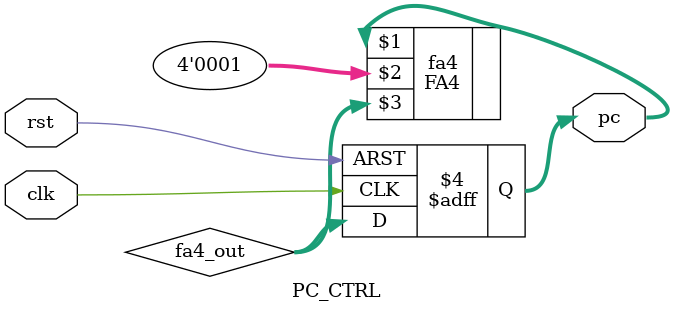
<source format=v>
`timescale 1ns / 1ps


module PC_CTRL(clk, rst, pc);
    input clk, rst;
    output [3:0] pc;
    
    reg [3:0] pc = 4'b0000;
    wire [3:0] fa4_out;
    
    FA4 fa4(pc, 4'b0001, fa4_out);
    
    always @(posedge clk, negedge rst) begin
        if (rst == 0) begin
            pc <= 4'b0000;
        end else begin
            pc <= fa4_out;
        end
    end
    
endmodule

</source>
